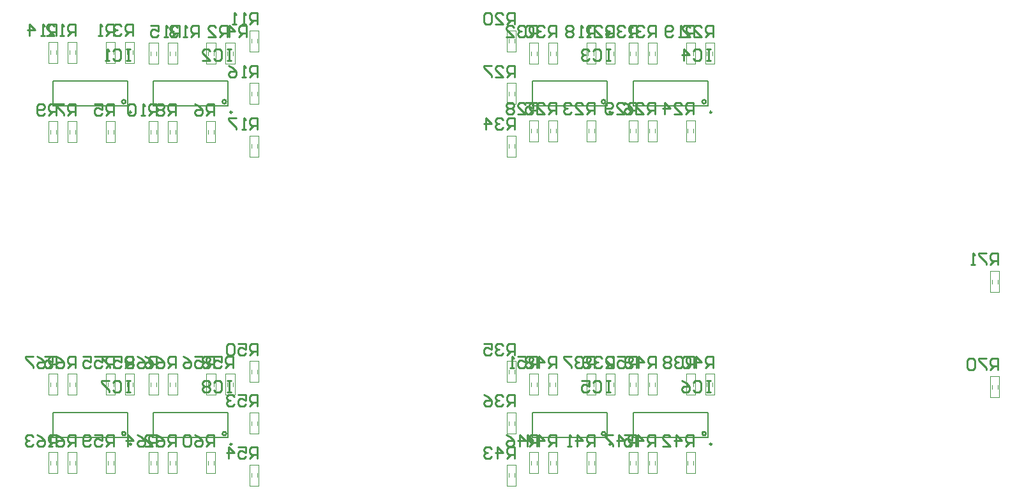
<source format=gbo>
G04*
G04 #@! TF.GenerationSoftware,Altium Limited,Altium Designer,18.1.6 (161)*
G04*
G04 Layer_Color=32896*
%FSTAX24Y24*%
%MOIN*%
G70*
G01*
G75*
%ADD19C,0.0043*%
%ADD20C,0.0039*%
%ADD21C,0.0100*%
%ADD57C,0.0059*%
D19*
X04462Y0276D02*
X04509D01*
Y0265D02*
Y0276D01*
X04462Y0265D02*
Y0276D01*
Y0265D02*
X04509D01*
X06049Y032975D02*
X06096D01*
Y031875D02*
Y032975D01*
X06049Y031875D02*
Y032975D01*
Y031875D02*
X06096D01*
X06049Y027475D02*
X06096D01*
Y026375D02*
Y027475D01*
X06049Y026375D02*
Y027475D01*
Y026375D02*
X06096D01*
X04261Y0235D02*
X04308D01*
Y0224D02*
Y0235D01*
X04261Y0224D02*
Y0235D01*
Y0224D02*
X04308D01*
X04161Y0235D02*
X04208D01*
Y0224D02*
Y0235D01*
X04161Y0224D02*
Y0235D01*
Y0224D02*
X04208D01*
X04262Y0265D02*
X04309D01*
X04262D02*
Y0276D01*
X04309Y0265D02*
Y0276D01*
X04262D02*
X04309D01*
X03742Y0235D02*
X03789D01*
Y0224D02*
Y0235D01*
X03742Y0224D02*
Y0235D01*
Y0224D02*
X03789D01*
X03942Y0235D02*
X03989D01*
Y0224D02*
Y0235D01*
X03942Y0224D02*
Y0235D01*
Y0224D02*
X03989D01*
X03642Y0235D02*
X03689D01*
Y0224D02*
Y0235D01*
X03642Y0224D02*
Y0235D01*
Y0224D02*
X03689D01*
X03526Y02285D02*
X03573D01*
Y02175D02*
Y02285D01*
X03526Y02175D02*
Y02285D01*
Y02175D02*
X03573D01*
X03526Y025572D02*
X03573D01*
Y024472D02*
Y025572D01*
X03526Y024472D02*
Y025572D01*
Y024472D02*
X03573D01*
X03526Y028265D02*
X03573D01*
Y027165D02*
Y028265D01*
X03526Y027165D02*
Y028265D01*
Y027165D02*
X03573D01*
X04562Y0265D02*
X04609D01*
X04562D02*
Y0276D01*
X04609Y0265D02*
Y0276D01*
X04562D02*
X04609D01*
X04461Y0235D02*
X04508D01*
Y0224D02*
Y0235D01*
X04461Y0224D02*
Y0235D01*
Y0224D02*
X04508D01*
X04162Y0265D02*
X04209D01*
X04162D02*
Y0276D01*
X04209Y0265D02*
Y0276D01*
X04162D02*
X04209D01*
X03942Y0265D02*
X03989D01*
X03942D02*
Y0276D01*
X03989Y0265D02*
Y0276D01*
X03942D02*
X03989D01*
X04043Y0265D02*
X0409D01*
X04043D02*
Y0276D01*
X0409Y0265D02*
Y0276D01*
X04043D02*
X0409D01*
X03742Y0265D02*
X03789D01*
X03742D02*
Y0276D01*
X03789Y0265D02*
Y0276D01*
X03742D02*
X03789D01*
X03643Y0265D02*
X0369D01*
X03643D02*
Y0276D01*
X0369Y0265D02*
Y0276D01*
X03643D02*
X0369D01*
X01956Y0235D02*
X02003D01*
Y0224D02*
Y0235D01*
X01956Y0224D02*
Y0235D01*
Y0224D02*
X02003D01*
X01756Y0235D02*
X01803D01*
Y0224D02*
Y0235D01*
X01756Y0224D02*
Y0235D01*
Y0224D02*
X01803D01*
X01656Y0235D02*
X01703D01*
Y0224D02*
Y0235D01*
X01656Y0224D02*
Y0235D01*
Y0224D02*
X01703D01*
X01132Y0235D02*
X01179D01*
Y0224D02*
Y0235D01*
X01132Y0224D02*
Y0235D01*
Y0224D02*
X01179D01*
X01232Y0235D02*
X01279D01*
Y0224D02*
Y0235D01*
X01232Y0224D02*
Y0235D01*
Y0224D02*
X01279D01*
X01432Y0235D02*
X01479D01*
Y0224D02*
Y0235D01*
X01432Y0224D02*
Y0235D01*
Y0224D02*
X01479D01*
X02183Y02285D02*
X0223D01*
Y02175D02*
Y02285D01*
X02183Y02175D02*
Y02285D01*
Y02175D02*
X0223D01*
X02183Y025572D02*
X0223D01*
Y024472D02*
Y025572D01*
X02183Y024472D02*
Y025572D01*
Y024472D02*
X0223D01*
X02183Y028265D02*
X0223D01*
Y027165D02*
Y028265D01*
X02183Y027165D02*
Y028265D01*
Y027165D02*
X0223D01*
X01133Y0265D02*
X0118D01*
X01133D02*
Y0276D01*
X0118Y0265D02*
Y0276D01*
X01133D02*
X0118D01*
X01233Y0265D02*
X0128D01*
X01233D02*
Y0276D01*
X0128Y0265D02*
Y0276D01*
X01233D02*
X0128D01*
X02057Y0265D02*
X02104D01*
X02057D02*
Y0276D01*
X02104Y0265D02*
Y0276D01*
X02057D02*
X02104D01*
X01957Y0265D02*
X02004D01*
X01957D02*
Y0276D01*
X02004Y0265D02*
Y0276D01*
X01957D02*
X02004D01*
X01757Y0265D02*
X01804D01*
X01757D02*
Y0276D01*
X01804Y0265D02*
Y0276D01*
X01757D02*
X01804D01*
X01657Y0265D02*
X01704D01*
X01657D02*
Y0276D01*
X01704Y0265D02*
Y0276D01*
X01657D02*
X01704D01*
X01433Y0265D02*
X0148D01*
X01433D02*
Y0276D01*
X0148Y0265D02*
Y0276D01*
X01433D02*
X0148D01*
X01533Y0265D02*
X0158D01*
X01533D02*
Y0276D01*
X0158Y0265D02*
Y0276D01*
X01533D02*
X0158D01*
X01956Y0408D02*
X02003D01*
Y0397D02*
Y0408D01*
X01956Y0397D02*
Y0408D01*
Y0397D02*
X02003D01*
X01756Y0408D02*
X01803D01*
Y0397D02*
Y0408D01*
X01756Y0397D02*
Y0408D01*
Y0397D02*
X01803D01*
X01656Y0408D02*
X01703D01*
Y0397D02*
Y0408D01*
X01656Y0397D02*
Y0408D01*
Y0397D02*
X01703D01*
X01132Y0408D02*
X01179D01*
Y0397D02*
Y0408D01*
X01132Y0397D02*
Y0408D01*
Y0397D02*
X01179D01*
X01232Y0408D02*
X01279D01*
Y0397D02*
Y0408D01*
X01232Y0397D02*
Y0408D01*
Y0397D02*
X01279D01*
X01432Y0408D02*
X01479D01*
Y0397D02*
Y0408D01*
X01432Y0397D02*
Y0408D01*
Y0397D02*
X01479D01*
X01957Y0438D02*
X02004D01*
X01957D02*
Y0449D01*
X02004Y0438D02*
Y0449D01*
X01957D02*
X02004D01*
X01757Y0438D02*
X01804D01*
X01757D02*
Y0449D01*
X01804Y0438D02*
Y0449D01*
X01757D02*
X01804D01*
X01657Y0438D02*
X01704D01*
X01657D02*
Y0449D01*
X01704Y0438D02*
Y0449D01*
X01657D02*
X01704D01*
X02057Y0438D02*
X02104D01*
X02057D02*
Y0449D01*
X02104Y0438D02*
Y0449D01*
X02057D02*
X02104D01*
X04261Y04085D02*
X04308D01*
Y03975D02*
Y04085D01*
X04261Y03975D02*
Y04085D01*
Y03975D02*
X04308D01*
X04161Y04085D02*
X04208D01*
Y03975D02*
Y04085D01*
X04161Y03975D02*
Y04085D01*
Y03975D02*
X04208D01*
X04461Y04085D02*
X04508D01*
Y03975D02*
Y04085D01*
X04461Y03975D02*
Y04085D01*
Y03975D02*
X04508D01*
X03526Y04005D02*
X03573D01*
Y03895D02*
Y04005D01*
X03526Y03895D02*
Y04005D01*
Y03895D02*
X03573D01*
X03526Y0428D02*
X03573D01*
Y0417D02*
Y0428D01*
X03526Y0417D02*
Y0428D01*
Y0417D02*
X03573D01*
X03526Y04555D02*
X03573D01*
Y04445D02*
Y04555D01*
X03526Y04445D02*
Y04555D01*
Y04445D02*
X03573D01*
X03742Y04085D02*
X03789D01*
Y03975D02*
Y04085D01*
X03742Y03975D02*
Y04085D01*
Y03975D02*
X03789D01*
X03942Y04085D02*
X03989D01*
Y03975D02*
Y04085D01*
X03942Y03975D02*
Y04085D01*
Y03975D02*
X03989D01*
X03642Y04085D02*
X03689D01*
Y03975D02*
Y04085D01*
X03642Y03975D02*
Y04085D01*
Y03975D02*
X03689D01*
X04462Y0438D02*
X04509D01*
X04462D02*
Y0449D01*
X04509Y0438D02*
Y0449D01*
X04462D02*
X04509D01*
X04562Y0438D02*
X04609D01*
X04562D02*
Y0449D01*
X04609Y0438D02*
Y0449D01*
X04562D02*
X04609D01*
X04262Y0438D02*
X04309D01*
X04262D02*
Y0449D01*
X04309Y0438D02*
Y0449D01*
X04262D02*
X04309D01*
X04162Y0438D02*
X04209D01*
X04162D02*
Y0449D01*
X04209Y0438D02*
Y0449D01*
X04162D02*
X04209D01*
X03743Y0438D02*
X0379D01*
X03743D02*
Y0449D01*
X0379Y0438D02*
Y0449D01*
X03743D02*
X0379D01*
X03942Y0438D02*
X03989D01*
X03942D02*
Y0449D01*
X03989Y0438D02*
Y0449D01*
X03942D02*
X03989D01*
X04043Y0438D02*
X0409D01*
X04043D02*
Y0449D01*
X0409Y0438D02*
Y0449D01*
X04043D02*
X0409D01*
X03643Y0438D02*
X0369D01*
X03643D02*
Y0449D01*
X0369Y0438D02*
Y0449D01*
X03643D02*
X0369D01*
X01133Y04385D02*
X0118D01*
X01133D02*
Y04495D01*
X0118Y04385D02*
Y04495D01*
X01133D02*
X0118D01*
X01233Y04385D02*
X0128D01*
X01233D02*
Y04495D01*
X0128Y04385D02*
Y04495D01*
X01233D02*
X0128D01*
X01533Y04385D02*
X0158D01*
X01533D02*
Y04495D01*
X0158Y04385D02*
Y04495D01*
X01533D02*
X0158D01*
X01433Y04385D02*
X0148D01*
X01433D02*
Y04495D01*
X0148Y04385D02*
Y04495D01*
X01433D02*
X0148D01*
X02183Y04005D02*
X0223D01*
Y03895D02*
Y04005D01*
X02183Y03895D02*
Y04005D01*
Y03895D02*
X0223D01*
X02183Y0428D02*
X0223D01*
Y0417D02*
Y0428D01*
X02183Y0417D02*
Y0428D01*
Y0417D02*
X0223D01*
X02183Y04555D02*
X0223D01*
Y04445D02*
Y04555D01*
X02183Y04445D02*
Y04555D01*
Y04445D02*
X0223D01*
D20*
X0447Y02695D02*
Y02715D01*
X045Y02695D02*
Y02715D01*
X06058Y032325D02*
Y032525D01*
X06088Y032325D02*
Y032525D01*
X06058Y026825D02*
Y027025D01*
X06088Y026825D02*
Y027025D01*
X0427Y02285D02*
Y02305D01*
X043Y02285D02*
Y02305D01*
X0417Y02285D02*
Y02305D01*
X042Y02285D02*
Y02305D01*
X043Y02695D02*
Y02715D01*
X0427Y02695D02*
Y02715D01*
X03751Y02285D02*
Y02305D01*
X03781Y02285D02*
Y02305D01*
X03951Y02285D02*
Y02305D01*
X03981Y02285D02*
Y02305D01*
X03651Y02285D02*
Y02305D01*
X03681Y02285D02*
Y02305D01*
X03535Y0222D02*
Y0224D01*
X03565Y0222D02*
Y0224D01*
X03535Y024922D02*
Y025122D01*
X03565Y024922D02*
Y025122D01*
X03535Y027615D02*
Y027815D01*
X03565Y027615D02*
Y027815D01*
X046Y02695D02*
Y02715D01*
X0457Y02695D02*
Y02715D01*
X0447Y02285D02*
Y02305D01*
X045Y02285D02*
Y02305D01*
X042Y02695D02*
Y02715D01*
X0417Y02695D02*
Y02715D01*
X0398Y02695D02*
Y02715D01*
X0395Y02695D02*
Y02715D01*
X04081Y02695D02*
Y02715D01*
X04051Y02695D02*
Y02715D01*
X0378Y02695D02*
Y02715D01*
X0375Y02695D02*
Y02715D01*
X03681Y02695D02*
Y02715D01*
X03651Y02695D02*
Y02715D01*
X01965Y02285D02*
Y02305D01*
X01995Y02285D02*
Y02305D01*
X01765Y02285D02*
Y02305D01*
X01795Y02285D02*
Y02305D01*
X01665Y02285D02*
Y02305D01*
X01695Y02285D02*
Y02305D01*
X01141Y02285D02*
Y02305D01*
X01171Y02285D02*
Y02305D01*
X01241Y02285D02*
Y02305D01*
X01271Y02285D02*
Y02305D01*
X01441Y02285D02*
Y02305D01*
X01471Y02285D02*
Y02305D01*
X02192Y0222D02*
Y0224D01*
X02222Y0222D02*
Y0224D01*
X02192Y024922D02*
Y025122D01*
X02222Y024922D02*
Y025122D01*
X02192Y027615D02*
Y027815D01*
X02222Y027615D02*
Y027815D01*
X01171Y02695D02*
Y02715D01*
X01141Y02695D02*
Y02715D01*
X01271Y02695D02*
Y02715D01*
X01241Y02695D02*
Y02715D01*
X02095Y02695D02*
Y02715D01*
X02065Y02695D02*
Y02715D01*
X01995Y02695D02*
Y02715D01*
X01965Y02695D02*
Y02715D01*
X01795Y02695D02*
Y02715D01*
X01765Y02695D02*
Y02715D01*
X01695Y02695D02*
Y02715D01*
X01665Y02695D02*
Y02715D01*
X01471Y02695D02*
Y02715D01*
X01441Y02695D02*
Y02715D01*
X01571Y02695D02*
Y02715D01*
X01541Y02695D02*
Y02715D01*
X01965Y04015D02*
Y04035D01*
X01995Y04015D02*
Y04035D01*
X01765Y04015D02*
Y04035D01*
X01795Y04015D02*
Y04035D01*
X01665Y04015D02*
Y04035D01*
X01695Y04015D02*
Y04035D01*
X01141Y04015D02*
Y04035D01*
X01171Y04015D02*
Y04035D01*
X01241Y04015D02*
Y04035D01*
X01271Y04015D02*
Y04035D01*
X01441Y04015D02*
Y04035D01*
X01471Y04015D02*
Y04035D01*
X01995Y04425D02*
Y04445D01*
X01965Y04425D02*
Y04445D01*
X01795Y04425D02*
Y04445D01*
X01765Y04425D02*
Y04445D01*
X01695Y04425D02*
Y04445D01*
X01665Y04425D02*
Y04445D01*
X02095Y04425D02*
Y04445D01*
X02065Y04425D02*
Y04445D01*
X0427Y0402D02*
Y0404D01*
X043Y0402D02*
Y0404D01*
X0417Y0402D02*
Y0404D01*
X042Y0402D02*
Y0404D01*
X0447Y0402D02*
Y0404D01*
X045Y0402D02*
Y0404D01*
X03535Y0394D02*
Y0396D01*
X03565Y0394D02*
Y0396D01*
X03535Y04215D02*
Y04235D01*
X03565Y04215D02*
Y04235D01*
X03535Y0449D02*
Y0451D01*
X03565Y0449D02*
Y0451D01*
X03751Y0402D02*
Y0404D01*
X03781Y0402D02*
Y0404D01*
X03951Y0402D02*
Y0404D01*
X03981Y0402D02*
Y0404D01*
X03651Y0402D02*
Y0404D01*
X03681Y0402D02*
Y0404D01*
X045Y04425D02*
Y04445D01*
X0447Y04425D02*
Y04445D01*
X046Y04425D02*
Y04445D01*
X0457Y04425D02*
Y04445D01*
X043Y04425D02*
Y04445D01*
X0427Y04425D02*
Y04445D01*
X042Y04425D02*
Y04445D01*
X0417Y04425D02*
Y04445D01*
X03781Y04425D02*
Y04445D01*
X03751Y04425D02*
Y04445D01*
X0398Y04425D02*
Y04445D01*
X0395Y04425D02*
Y04445D01*
X04081Y04425D02*
Y04445D01*
X04051Y04425D02*
Y04445D01*
X03681Y04425D02*
Y04445D01*
X03651Y04425D02*
Y04445D01*
X01171Y0443D02*
Y0445D01*
X01141Y0443D02*
Y0445D01*
X01271Y0443D02*
Y0445D01*
X01241Y0443D02*
Y0445D01*
X01571Y0443D02*
Y0445D01*
X01541Y0443D02*
Y0445D01*
X01471Y0443D02*
Y0445D01*
X01441Y0443D02*
Y0445D01*
X02192Y0394D02*
Y0396D01*
X02222Y0394D02*
Y0396D01*
X02192Y04215D02*
Y04235D01*
X02222Y04215D02*
Y04235D01*
X02192Y0449D02*
Y0451D01*
X02222Y0449D02*
Y0451D01*
D21*
X01565Y023924D02*
G03*
X01565Y023924I-00005J0D01*
G01*
X01535Y024474D02*
G03*
X01535Y024474I-0001J0D01*
G01*
X0209Y023924D02*
G03*
X0209Y023924I-00005J0D01*
G01*
X0206Y024474D02*
G03*
X0206Y024474I-0001J0D01*
G01*
X04595Y023924D02*
G03*
X04595Y023924I-00005J0D01*
G01*
X04565Y024474D02*
G03*
X04565Y024474I-0001J0D01*
G01*
X0407Y023924D02*
G03*
X0407Y023924I-00005J0D01*
G01*
X0404Y024474D02*
G03*
X0404Y024474I-0001J0D01*
G01*
X04595Y041274D02*
G03*
X04595Y041274I-00005J0D01*
G01*
X04565Y041824D02*
G03*
X04565Y041824I-0001J0D01*
G01*
X0407Y041274D02*
G03*
X0407Y041274I-00005J0D01*
G01*
X0404Y041824D02*
G03*
X0404Y041824I-0001J0D01*
G01*
X0209Y041274D02*
G03*
X0209Y041274I-00005J0D01*
G01*
X0206Y041824D02*
G03*
X0206Y041824I-0001J0D01*
G01*
X01565Y041274D02*
G03*
X01565Y041274I-00005J0D01*
G01*
X01535Y041824D02*
G03*
X01535Y041824I-0001J0D01*
G01*
X04501Y02792D02*
Y02852D01*
X04471D01*
X04461Y02842D01*
Y02822D01*
X04471Y02812D01*
X04501D01*
X04481D02*
X04461Y02792D01*
X04441Y02842D02*
X04431Y02852D01*
X04411D01*
X04401Y02842D01*
Y02832D01*
X04411Y02822D01*
X04421D01*
X04411D01*
X04401Y02812D01*
Y02802D01*
X04411Y02792D01*
X04431D01*
X04441Y02802D01*
X04381Y02842D02*
X04371Y02852D01*
X04351D01*
X043411Y02842D01*
Y02832D01*
X04351Y02822D01*
X043411Y02812D01*
Y02802D01*
X04351Y02792D01*
X04371D01*
X04381Y02802D01*
Y02812D01*
X04371Y02822D01*
X04381Y02832D01*
Y02842D01*
X04371Y02822D02*
X04351D01*
X02085Y02724D02*
X02065D01*
X02075D01*
Y02664D01*
X02085D01*
X02065D01*
X01995Y02714D02*
X02005Y02724D01*
X02025D01*
X02035Y02714D01*
Y02674D01*
X02025Y02664D01*
X02005D01*
X01995Y02674D01*
X01975Y02714D02*
X01965Y02724D01*
X01945D01*
X01935Y02714D01*
Y02704D01*
X01945Y02694D01*
X01935Y02684D01*
Y02674D01*
X01945Y02664D01*
X01965D01*
X01975Y02674D01*
Y02684D01*
X01965Y02694D01*
X01975Y02704D01*
Y02714D01*
X01965Y02694D02*
X01945D01*
X0156Y02724D02*
X0154D01*
X0155D01*
Y02664D01*
X0156D01*
X0154D01*
X0147Y02714D02*
X0148Y02724D01*
X015D01*
X0151Y02714D01*
Y02674D01*
X015Y02664D01*
X0148D01*
X0147Y02674D01*
X0145Y02724D02*
X0141D01*
Y02714D01*
X0145Y02674D01*
Y02664D01*
X0459Y02724D02*
X0457D01*
X0458D01*
Y02664D01*
X0459D01*
X0457D01*
X045Y02714D02*
X0451Y02724D01*
X0453D01*
X0454Y02714D01*
Y02674D01*
X0453Y02664D01*
X0451D01*
X045Y02674D01*
X0444Y02724D02*
X0446Y02714D01*
X0448Y02694D01*
Y02674D01*
X0447Y02664D01*
X0445D01*
X0444Y02674D01*
Y02684D01*
X0445Y02694D01*
X0448D01*
X04065Y02724D02*
X04045D01*
X04055D01*
Y02664D01*
X04065D01*
X04045D01*
X03975Y02714D02*
X03985Y02724D01*
X04005D01*
X04015Y02714D01*
Y02674D01*
X04005Y02664D01*
X03985D01*
X03975Y02674D01*
X03915Y02724D02*
X03955D01*
Y02694D01*
X03935Y02704D01*
X03925D01*
X03915Y02694D01*
Y02674D01*
X03925Y02664D01*
X03945D01*
X03955Y02674D01*
X0459Y04459D02*
X0457D01*
X0458D01*
Y04399D01*
X0459D01*
X0457D01*
X045Y04449D02*
X0451Y04459D01*
X0453D01*
X0454Y04449D01*
Y04409D01*
X0453Y04399D01*
X0451D01*
X045Y04409D01*
X0445Y04399D02*
Y04459D01*
X0448Y04429D01*
X0444D01*
X04065Y04459D02*
X04045D01*
X04055D01*
Y04399D01*
X04065D01*
X04045D01*
X03975Y04449D02*
X03985Y04459D01*
X04005D01*
X04015Y04449D01*
Y04409D01*
X04005Y04399D01*
X03985D01*
X03975Y04409D01*
X03955Y04449D02*
X03945Y04459D01*
X03925D01*
X03915Y04449D01*
Y04439D01*
X03925Y04429D01*
X03935D01*
X03925D01*
X03915Y04419D01*
Y04409D01*
X03925Y04399D01*
X03945D01*
X03955Y04409D01*
X02085Y04459D02*
X02065D01*
X02075D01*
Y04399D01*
X02085D01*
X02065D01*
X01995Y04449D02*
X02005Y04459D01*
X02025D01*
X02035Y04449D01*
Y04409D01*
X02025Y04399D01*
X02005D01*
X01995Y04409D01*
X01935Y04399D02*
X01975D01*
X01935Y04439D01*
Y04449D01*
X01945Y04459D01*
X01965D01*
X01975Y04449D01*
X0156Y04459D02*
X0154D01*
X0155D01*
Y04399D01*
X0156D01*
X0154D01*
X0147Y04449D02*
X0148Y04459D01*
X015D01*
X0151Y04449D01*
Y04409D01*
X015Y04399D01*
X0148D01*
X0147Y04409D01*
X0145Y04399D02*
X0143D01*
X0144D01*
Y04459D01*
X0145Y04449D01*
X06088Y0333D02*
Y0339D01*
X06058D01*
X06048Y0338D01*
Y0336D01*
X06058Y0335D01*
X06088D01*
X06068D02*
X06048Y0333D01*
X06028Y0339D02*
X05988D01*
Y0338D01*
X06028Y0334D01*
Y0333D01*
X05968D02*
X05948D01*
X05958D01*
Y0339D01*
X05968Y0338D01*
X06088Y0278D02*
Y0284D01*
X06058D01*
X06048Y0283D01*
Y0281D01*
X06058Y028D01*
X06088D01*
X06068D02*
X06048Y0278D01*
X06028Y0284D02*
X05988D01*
Y0283D01*
X06028Y0279D01*
Y0278D01*
X05968Y0283D02*
X05958Y0284D01*
X05938D01*
X059281Y0283D01*
Y0279D01*
X05938Y0278D01*
X05958D01*
X05968Y0279D01*
Y0283D01*
X01696Y02792D02*
Y02852D01*
X01666D01*
X01656Y02842D01*
Y02822D01*
X01666Y02812D01*
X01696D01*
X01676D02*
X01656Y02792D01*
X01596Y02852D02*
X01616Y02842D01*
X01636Y02822D01*
Y02802D01*
X01626Y02792D01*
X01606D01*
X01596Y02802D01*
Y02812D01*
X01606Y02822D01*
X01636D01*
X01576Y02842D02*
X01566Y02852D01*
X01546D01*
X015361Y02842D01*
Y02832D01*
X01546Y02822D01*
X015361Y02812D01*
Y02802D01*
X01546Y02792D01*
X01566D01*
X01576Y02802D01*
Y02812D01*
X01566Y02822D01*
X01576Y02832D01*
Y02842D01*
X01566Y02822D02*
X01546D01*
X01172Y02792D02*
Y02852D01*
X01142D01*
X01132Y02842D01*
Y02822D01*
X01142Y02812D01*
X01172D01*
X01152D02*
X01132Y02792D01*
X01072Y02852D02*
X01092Y02842D01*
X01112Y02822D01*
Y02802D01*
X01102Y02792D01*
X01082D01*
X01072Y02802D01*
Y02812D01*
X01082Y02822D01*
X01112D01*
X01052Y02852D02*
X010121D01*
Y02842D01*
X01052Y02802D01*
Y02792D01*
X01796D02*
Y02852D01*
X01766D01*
X01756Y02842D01*
Y02822D01*
X01766Y02812D01*
X01796D01*
X01776D02*
X01756Y02792D01*
X01696Y02852D02*
X01716Y02842D01*
X01736Y02822D01*
Y02802D01*
X01726Y02792D01*
X01706D01*
X01696Y02802D01*
Y02812D01*
X01706Y02822D01*
X01736D01*
X016361Y02852D02*
X01656Y02842D01*
X01676Y02822D01*
Y02802D01*
X01666Y02792D01*
X01646D01*
X016361Y02802D01*
Y02812D01*
X01646Y02822D01*
X01676D01*
X01272Y02792D02*
Y02852D01*
X01242D01*
X01232Y02842D01*
Y02822D01*
X01242Y02812D01*
X01272D01*
X01252D02*
X01232Y02792D01*
X01172Y02852D02*
X01192Y02842D01*
X01212Y02822D01*
Y02802D01*
X01202Y02792D01*
X01182D01*
X01172Y02802D01*
Y02812D01*
X01182Y02822D01*
X01212D01*
X011121Y02852D02*
X01152D01*
Y02822D01*
X01132Y02832D01*
X01122D01*
X011121Y02822D01*
Y02802D01*
X01122Y02792D01*
X01142D01*
X01152Y02802D01*
X01695Y02382D02*
Y02442D01*
X01665D01*
X01655Y02432D01*
Y02412D01*
X01665Y02402D01*
X01695D01*
X01675D02*
X01655Y02382D01*
X01595Y02442D02*
X01615Y02432D01*
X01635Y02412D01*
Y02392D01*
X01625Y02382D01*
X01605D01*
X01595Y02392D01*
Y02402D01*
X01605Y02412D01*
X01635D01*
X01545Y02382D02*
Y02442D01*
X01575Y02412D01*
X015351D01*
X01171Y02382D02*
Y02442D01*
X01141D01*
X01131Y02432D01*
Y02412D01*
X01141Y02402D01*
X01171D01*
X01151D02*
X01131Y02382D01*
X01071Y02442D02*
X01091Y02432D01*
X01111Y02412D01*
Y02392D01*
X01101Y02382D01*
X01081D01*
X01071Y02392D01*
Y02402D01*
X01081Y02412D01*
X01111D01*
X01051Y02432D02*
X01041Y02442D01*
X01021D01*
X010111Y02432D01*
Y02422D01*
X01021Y02412D01*
X01031D01*
X01021D01*
X010111Y02402D01*
Y02392D01*
X01021Y02382D01*
X01041D01*
X01051Y02392D01*
X01795Y02382D02*
Y02442D01*
X01765D01*
X01755Y02432D01*
Y02412D01*
X01765Y02402D01*
X01795D01*
X01775D02*
X01755Y02382D01*
X01695Y02442D02*
X01715Y02432D01*
X01735Y02412D01*
Y02392D01*
X01725Y02382D01*
X01705D01*
X01695Y02392D01*
Y02402D01*
X01705Y02412D01*
X01735D01*
X016351Y02382D02*
X01675D01*
X016351Y02422D01*
Y02432D01*
X01645Y02442D01*
X01665D01*
X01675Y02432D01*
X01271Y02382D02*
Y02442D01*
X01241D01*
X01231Y02432D01*
Y02412D01*
X01241Y02402D01*
X01271D01*
X01251D02*
X01231Y02382D01*
X01171Y02442D02*
X01191Y02432D01*
X01211Y02412D01*
Y02392D01*
X01201Y02382D01*
X01181D01*
X01171Y02392D01*
Y02402D01*
X01181Y02412D01*
X01211D01*
X01151Y02382D02*
X01131D01*
X01141D01*
Y02442D01*
X01151Y02432D01*
X01995Y02382D02*
Y02442D01*
X01965D01*
X01955Y02432D01*
Y02412D01*
X01965Y02402D01*
X01995D01*
X01975D02*
X01955Y02382D01*
X01895Y02442D02*
X01915Y02432D01*
X01935Y02412D01*
Y02392D01*
X01925Y02382D01*
X01905D01*
X01895Y02392D01*
Y02402D01*
X01905Y02412D01*
X01935D01*
X01875Y02432D02*
X01865Y02442D01*
X01845D01*
X01835Y02432D01*
Y02392D01*
X01845Y02382D01*
X01865D01*
X01875Y02392D01*
Y02432D01*
X01471Y02382D02*
Y02442D01*
X01441D01*
X01431Y02432D01*
Y02412D01*
X01441Y02402D01*
X01471D01*
X01451D02*
X01431Y02382D01*
X01371Y02442D02*
X01411D01*
Y02412D01*
X01391Y02422D01*
X01381D01*
X01371Y02412D01*
Y02392D01*
X01381Y02382D01*
X01401D01*
X01411Y02392D01*
X01351D02*
X01341Y02382D01*
X01321D01*
X013111Y02392D01*
Y02432D01*
X01321Y02442D01*
X01341D01*
X01351Y02432D01*
Y02422D01*
X01341Y02412D01*
X013111D01*
X02096Y02792D02*
Y02852D01*
X02066D01*
X02056Y02842D01*
Y02822D01*
X02066Y02812D01*
X02096D01*
X02076D02*
X02056Y02792D01*
X01996Y02852D02*
X02036D01*
Y02822D01*
X02016Y02832D01*
X02006D01*
X01996Y02822D01*
Y02802D01*
X02006Y02792D01*
X02026D01*
X02036Y02802D01*
X01976Y02842D02*
X01966Y02852D01*
X01946D01*
X019361Y02842D01*
Y02832D01*
X01946Y02822D01*
X019361Y02812D01*
Y02802D01*
X01946Y02792D01*
X01966D01*
X01976Y02802D01*
Y02812D01*
X01966Y02822D01*
X01976Y02832D01*
Y02842D01*
X01966Y02822D02*
X01946D01*
X01572Y02792D02*
Y02852D01*
X01542D01*
X01532Y02842D01*
Y02822D01*
X01542Y02812D01*
X01572D01*
X01552D02*
X01532Y02792D01*
X01472Y02852D02*
X01512D01*
Y02822D01*
X01492Y02832D01*
X01482D01*
X01472Y02822D01*
Y02802D01*
X01482Y02792D01*
X01502D01*
X01512Y02802D01*
X01452Y02852D02*
X014121D01*
Y02842D01*
X01452Y02802D01*
Y02792D01*
X01996D02*
Y02852D01*
X01966D01*
X01956Y02842D01*
Y02822D01*
X01966Y02812D01*
X01996D01*
X01976D02*
X01956Y02792D01*
X01896Y02852D02*
X01936D01*
Y02822D01*
X01916Y02832D01*
X01906D01*
X01896Y02822D01*
Y02802D01*
X01906Y02792D01*
X01926D01*
X01936Y02802D01*
X018361Y02852D02*
X01856Y02842D01*
X01876Y02822D01*
Y02802D01*
X01866Y02792D01*
X01846D01*
X018361Y02802D01*
Y02812D01*
X01846Y02822D01*
X01876D01*
X01472Y02792D02*
Y02852D01*
X01442D01*
X01432Y02842D01*
Y02822D01*
X01442Y02812D01*
X01472D01*
X01452D02*
X01432Y02792D01*
X01372Y02852D02*
X01412D01*
Y02822D01*
X01392Y02832D01*
X01382D01*
X01372Y02822D01*
Y02802D01*
X01382Y02792D01*
X01402D01*
X01412Y02802D01*
X013121Y02852D02*
X01352D01*
Y02822D01*
X01332Y02832D01*
X01322D01*
X013121Y02822D01*
Y02802D01*
X01322Y02792D01*
X01342D01*
X01352Y02802D01*
X02222Y023175D02*
Y023774D01*
X02192D01*
X02182Y023674D01*
Y023475D01*
X02192Y023375D01*
X02222D01*
X02202D02*
X02182Y023175D01*
X02122Y023774D02*
X02162D01*
Y023475D01*
X02142Y023575D01*
X02132D01*
X02122Y023475D01*
Y023275D01*
X02132Y023175D01*
X02152D01*
X02162Y023275D01*
X02072Y023175D02*
Y023774D01*
X02102Y023475D01*
X020621D01*
X02222Y025897D02*
Y026497D01*
X02192D01*
X02182Y026397D01*
Y026197D01*
X02192Y026097D01*
X02222D01*
X02202D02*
X02182Y025897D01*
X02122Y026497D02*
X02162D01*
Y026197D01*
X02142Y026297D01*
X02132D01*
X02122Y026197D01*
Y025997D01*
X02132Y025897D01*
X02152D01*
X02162Y025997D01*
X02102Y026397D02*
X02092Y026497D01*
X02072D01*
X020621Y026397D01*
Y026297D01*
X02072Y026197D01*
X02082D01*
X02072D01*
X020621Y026097D01*
Y025997D01*
X02072Y025897D01*
X02092D01*
X02102Y025997D01*
X04201Y02792D02*
Y02852D01*
X04171D01*
X04161Y02842D01*
Y02822D01*
X04171Y02812D01*
X04201D01*
X04181D02*
X04161Y02792D01*
X04101Y02852D02*
X04141D01*
Y02822D01*
X04121Y02832D01*
X04111D01*
X04101Y02822D01*
Y02802D01*
X04111Y02792D01*
X04131D01*
X04141Y02802D01*
X040411Y02792D02*
X04081D01*
X040411Y02832D01*
Y02842D01*
X04051Y02852D01*
X04071D01*
X04081Y02842D01*
X03682Y02792D02*
Y02852D01*
X03652D01*
X03642Y02842D01*
Y02822D01*
X03652Y02812D01*
X03682D01*
X03662D02*
X03642Y02792D01*
X03582Y02852D02*
X03622D01*
Y02822D01*
X03602Y02832D01*
X03592D01*
X03582Y02822D01*
Y02802D01*
X03592Y02792D01*
X03612D01*
X03622Y02802D01*
X03562Y02792D02*
X03542D01*
X03552D01*
Y02852D01*
X03562Y02842D01*
X02222Y02859D02*
Y02919D01*
X02192D01*
X02182Y02909D01*
Y02889D01*
X02192Y02879D01*
X02222D01*
X02202D02*
X02182Y02859D01*
X02122Y02919D02*
X02162D01*
Y02889D01*
X02142Y02899D01*
X02132D01*
X02122Y02889D01*
Y02869D01*
X02132Y02859D01*
X02152D01*
X02162Y02869D01*
X02102Y02909D02*
X02092Y02919D01*
X02072D01*
X020621Y02909D01*
Y02869D01*
X02072Y02859D01*
X02092D01*
X02102Y02869D01*
Y02909D01*
X04301Y02792D02*
Y02852D01*
X04271D01*
X04261Y02842D01*
Y02822D01*
X04271Y02812D01*
X04301D01*
X04281D02*
X04261Y02792D01*
X04211D02*
Y02852D01*
X04241Y02822D01*
X04201D01*
X04181Y02802D02*
X04171Y02792D01*
X04151D01*
X041411Y02802D01*
Y02842D01*
X04151Y02852D01*
X04171D01*
X04181Y02842D01*
Y02832D01*
X04171Y02822D01*
X041411D01*
X03781Y02792D02*
Y02852D01*
X03751D01*
X03741Y02842D01*
Y02822D01*
X03751Y02812D01*
X03781D01*
X03761D02*
X03741Y02792D01*
X03691D02*
Y02852D01*
X03721Y02822D01*
X03681D01*
X03661Y02842D02*
X03651Y02852D01*
X03631D01*
X036211Y02842D01*
Y02832D01*
X03631Y02822D01*
X036211Y02812D01*
Y02802D01*
X03631Y02792D01*
X03651D01*
X03661Y02802D01*
Y02812D01*
X03651Y02822D01*
X03661Y02832D01*
Y02842D01*
X03651Y02822D02*
X03631D01*
X042Y02382D02*
Y02442D01*
X0417D01*
X0416Y02432D01*
Y02412D01*
X0417Y02402D01*
X042D01*
X0418D02*
X0416Y02382D01*
X0411D02*
Y02442D01*
X0414Y02412D01*
X041D01*
X0408Y02442D02*
X040401D01*
Y02432D01*
X0408Y02392D01*
Y02382D01*
X03681D02*
Y02442D01*
X03651D01*
X03641Y02432D01*
Y02412D01*
X03651Y02402D01*
X03681D01*
X03661D02*
X03641Y02382D01*
X03591D02*
Y02442D01*
X03621Y02412D01*
X03581D01*
X035211Y02442D02*
X03541Y02432D01*
X03561Y02412D01*
Y02392D01*
X03551Y02382D01*
X03531D01*
X035211Y02392D01*
Y02402D01*
X03531Y02412D01*
X03561D01*
X043Y02382D02*
Y02442D01*
X0427D01*
X0426Y02432D01*
Y02412D01*
X0427Y02402D01*
X043D01*
X0428D02*
X0426Y02382D01*
X0421D02*
Y02442D01*
X0424Y02412D01*
X042D01*
X041401Y02442D02*
X0418D01*
Y02412D01*
X0416Y02422D01*
X0415D01*
X041401Y02412D01*
Y02392D01*
X0415Y02382D01*
X0417D01*
X0418Y02392D01*
X03781Y02382D02*
Y02442D01*
X03751D01*
X03741Y02432D01*
Y02412D01*
X03751Y02402D01*
X03781D01*
X03761D02*
X03741Y02382D01*
X03691D02*
Y02442D01*
X03721Y02412D01*
X03681D01*
X03631Y02382D02*
Y02442D01*
X03661Y02412D01*
X036211D01*
X03565Y023175D02*
Y023774D01*
X03535D01*
X03525Y023674D01*
Y023475D01*
X03535Y023375D01*
X03565D01*
X03545D02*
X03525Y023175D01*
X03475D02*
Y023774D01*
X03505Y023475D01*
X03465D01*
X03445Y023674D02*
X03435Y023774D01*
X03415D01*
X034051Y023674D01*
Y023575D01*
X03415Y023475D01*
X03425D01*
X03415D01*
X034051Y023375D01*
Y023275D01*
X03415Y023175D01*
X03435D01*
X03445Y023275D01*
X045Y02382D02*
Y02442D01*
X0447D01*
X0446Y02432D01*
Y02412D01*
X0447Y02402D01*
X045D01*
X0448D02*
X0446Y02382D01*
X0441D02*
Y02442D01*
X0444Y02412D01*
X044D01*
X043401Y02382D02*
X0438D01*
X043401Y02422D01*
Y02432D01*
X0435Y02442D01*
X0437D01*
X0438Y02432D01*
X03981Y02382D02*
Y02442D01*
X03951D01*
X03941Y02432D01*
Y02412D01*
X03951Y02402D01*
X03981D01*
X03961D02*
X03941Y02382D01*
X03891D02*
Y02442D01*
X03921Y02412D01*
X03881D01*
X03861Y02382D02*
X03841D01*
X03851D01*
Y02442D01*
X03861Y02432D01*
X04601Y02792D02*
Y02852D01*
X04571D01*
X04561Y02842D01*
Y02822D01*
X04571Y02812D01*
X04601D01*
X04581D02*
X04561Y02792D01*
X04511D02*
Y02852D01*
X04541Y02822D01*
X04501D01*
X04481Y02842D02*
X04471Y02852D01*
X04451D01*
X044411Y02842D01*
Y02802D01*
X04451Y02792D01*
X04471D01*
X04481Y02802D01*
Y02842D01*
X04082Y02792D02*
Y02852D01*
X04052D01*
X04042Y02842D01*
Y02822D01*
X04052Y02812D01*
X04082D01*
X04062D02*
X04042Y02792D01*
X04022Y02842D02*
X04012Y02852D01*
X03992D01*
X03982Y02842D01*
Y02832D01*
X03992Y02822D01*
X04002D01*
X03992D01*
X03982Y02812D01*
Y02802D01*
X03992Y02792D01*
X04012D01*
X04022Y02802D01*
X03962D02*
X03952Y02792D01*
X03932D01*
X039221Y02802D01*
Y02842D01*
X03932Y02852D01*
X03952D01*
X03962Y02842D01*
Y02832D01*
X03952Y02822D01*
X039221D01*
X03981Y02792D02*
Y02852D01*
X03951D01*
X03941Y02842D01*
Y02822D01*
X03951Y02812D01*
X03981D01*
X03961D02*
X03941Y02792D01*
X03921Y02842D02*
X03911Y02852D01*
X03891D01*
X03881Y02842D01*
Y02832D01*
X03891Y02822D01*
X03901D01*
X03891D01*
X03881Y02812D01*
Y02802D01*
X03891Y02792D01*
X03911D01*
X03921Y02802D01*
X03861Y02852D02*
X038211D01*
Y02842D01*
X03861Y02802D01*
Y02792D01*
X03565Y025897D02*
Y026497D01*
X03535D01*
X03525Y026397D01*
Y026197D01*
X03535Y026097D01*
X03565D01*
X03545D02*
X03525Y025897D01*
X03505Y026397D02*
X03495Y026497D01*
X03475D01*
X03465Y026397D01*
Y026297D01*
X03475Y026197D01*
X03485D01*
X03475D01*
X03465Y026097D01*
Y025997D01*
X03475Y025897D01*
X03495D01*
X03505Y025997D01*
X034051Y026497D02*
X03425Y026397D01*
X03445Y026197D01*
Y025997D01*
X03435Y025897D01*
X03415D01*
X034051Y025997D01*
Y026097D01*
X03415Y026197D01*
X03445D01*
X03565Y02859D02*
Y02919D01*
X03535D01*
X03525Y02909D01*
Y02889D01*
X03535Y02879D01*
X03565D01*
X03545D02*
X03525Y02859D01*
X03505Y02909D02*
X03495Y02919D01*
X03475D01*
X03465Y02909D01*
Y02899D01*
X03475Y02889D01*
X03485D01*
X03475D01*
X03465Y02879D01*
Y02869D01*
X03475Y02859D01*
X03495D01*
X03505Y02869D01*
X034051Y02919D02*
X03445D01*
Y02889D01*
X03425Y02899D01*
X03415D01*
X034051Y02889D01*
Y02869D01*
X03415Y02859D01*
X03435D01*
X03445Y02869D01*
X03565Y040375D02*
Y040974D01*
X03535D01*
X03525Y040874D01*
Y040675D01*
X03535Y040575D01*
X03565D01*
X03545D02*
X03525Y040375D01*
X03505Y040874D02*
X03495Y040974D01*
X03475D01*
X03465Y040874D01*
Y040775D01*
X03475Y040675D01*
X03485D01*
X03475D01*
X03465Y040575D01*
Y040475D01*
X03475Y040375D01*
X03495D01*
X03505Y040475D01*
X03415Y040375D02*
Y040974D01*
X03445Y040675D01*
X034051D01*
X04201Y04522D02*
Y04582D01*
X04171D01*
X04161Y04572D01*
Y04552D01*
X04171Y04542D01*
X04201D01*
X04181D02*
X04161Y04522D01*
X04141Y04572D02*
X04131Y04582D01*
X04111D01*
X04101Y04572D01*
Y04562D01*
X04111Y04552D01*
X04121D01*
X04111D01*
X04101Y04542D01*
Y04532D01*
X04111Y04522D01*
X04131D01*
X04141Y04532D01*
X04081Y04572D02*
X04071Y04582D01*
X04051D01*
X040411Y04572D01*
Y04562D01*
X04051Y04552D01*
X04061D01*
X04051D01*
X040411Y04542D01*
Y04532D01*
X04051Y04522D01*
X04071D01*
X04081Y04532D01*
X03682Y04522D02*
Y04582D01*
X03652D01*
X03642Y04572D01*
Y04552D01*
X03652Y04542D01*
X03682D01*
X03662D02*
X03642Y04522D01*
X03622Y04572D02*
X03612Y04582D01*
X03592D01*
X03582Y04572D01*
Y04562D01*
X03592Y04552D01*
X03602D01*
X03592D01*
X03582Y04542D01*
Y04532D01*
X03592Y04522D01*
X03612D01*
X03622Y04532D01*
X035221Y04522D02*
X03562D01*
X035221Y04562D01*
Y04572D01*
X03532Y04582D01*
X03552D01*
X03562Y04572D01*
X04301Y04522D02*
Y04582D01*
X04271D01*
X04261Y04572D01*
Y04552D01*
X04271Y04542D01*
X04301D01*
X04281D02*
X04261Y04522D01*
X04241Y04572D02*
X04231Y04582D01*
X04211D01*
X04201Y04572D01*
Y04562D01*
X04211Y04552D01*
X04221D01*
X04211D01*
X04201Y04542D01*
Y04532D01*
X04211Y04522D01*
X04231D01*
X04241Y04532D01*
X04181Y04522D02*
X04161D01*
X04171D01*
Y04582D01*
X04181Y04572D01*
X03782Y04522D02*
Y04582D01*
X03752D01*
X03742Y04572D01*
Y04552D01*
X03752Y04542D01*
X03782D01*
X03762D02*
X03742Y04522D01*
X03722Y04572D02*
X03712Y04582D01*
X03692D01*
X03682Y04572D01*
Y04562D01*
X03692Y04552D01*
X03702D01*
X03692D01*
X03682Y04542D01*
Y04532D01*
X03692Y04522D01*
X03712D01*
X03722Y04532D01*
X03662Y04572D02*
X03652Y04582D01*
X03632D01*
X036221Y04572D01*
Y04532D01*
X03632Y04522D01*
X03652D01*
X03662Y04532D01*
Y04572D01*
X042Y041175D02*
Y041774D01*
X0417D01*
X0416Y041674D01*
Y041475D01*
X0417Y041375D01*
X042D01*
X0418D02*
X0416Y041175D01*
X041D02*
X0414D01*
X041Y041575D01*
Y041674D01*
X0411Y041774D01*
X0413D01*
X0414Y041674D01*
X0408Y041275D02*
X0407Y041175D01*
X0405D01*
X040401Y041275D01*
Y041674D01*
X0405Y041774D01*
X0407D01*
X0408Y041674D01*
Y041575D01*
X0407Y041475D01*
X040401D01*
X03681Y04117D02*
Y04177D01*
X03651D01*
X03641Y04167D01*
Y04147D01*
X03651Y04137D01*
X03681D01*
X03661D02*
X03641Y04117D01*
X03581D02*
X03621D01*
X03581Y04157D01*
Y04167D01*
X03591Y04177D01*
X03611D01*
X03621Y04167D01*
X03561D02*
X03551Y04177D01*
X03531D01*
X035211Y04167D01*
Y04157D01*
X03531Y04147D01*
X035211Y04137D01*
Y04127D01*
X03531Y04117D01*
X03551D01*
X03561Y04127D01*
Y04137D01*
X03551Y04147D01*
X03561Y04157D01*
Y04167D01*
X03551Y04147D02*
X03531D01*
X03565Y043125D02*
Y043724D01*
X03535D01*
X03525Y043624D01*
Y043425D01*
X03535Y043325D01*
X03565D01*
X03545D02*
X03525Y043125D01*
X03465D02*
X03505D01*
X03465Y043525D01*
Y043624D01*
X03475Y043724D01*
X03495D01*
X03505Y043624D01*
X03445Y043724D02*
X034051D01*
Y043624D01*
X03445Y043225D01*
Y043125D01*
X043Y041175D02*
Y041774D01*
X0427D01*
X0426Y041674D01*
Y041475D01*
X0427Y041375D01*
X043D01*
X0428D02*
X0426Y041175D01*
X042D02*
X0424D01*
X042Y041575D01*
Y041674D01*
X0421Y041774D01*
X0423D01*
X0424Y041674D01*
X041401Y041774D02*
X0416Y041674D01*
X0418Y041475D01*
Y041275D01*
X0417Y041175D01*
X0415D01*
X041401Y041275D01*
Y041375D01*
X0415Y041475D01*
X0418D01*
X03781Y04117D02*
Y04177D01*
X03751D01*
X03741Y04167D01*
Y04147D01*
X03751Y04137D01*
X03781D01*
X03761D02*
X03741Y04117D01*
X03681D02*
X03721D01*
X03681Y04157D01*
Y04167D01*
X03691Y04177D01*
X03711D01*
X03721Y04167D01*
X036211Y04177D02*
X03661D01*
Y04147D01*
X03641Y04157D01*
X03631D01*
X036211Y04147D01*
Y04127D01*
X03631Y04117D01*
X03651D01*
X03661Y04127D01*
X045Y04117D02*
Y04177D01*
X0447D01*
X0446Y04167D01*
Y04147D01*
X0447Y04137D01*
X045D01*
X0448D02*
X0446Y04117D01*
X044D02*
X0444D01*
X044Y04157D01*
Y04167D01*
X0441Y04177D01*
X0443D01*
X0444Y04167D01*
X0435Y04117D02*
Y04177D01*
X0438Y04147D01*
X043401D01*
X03981Y04117D02*
Y04177D01*
X03951D01*
X03941Y04167D01*
Y04147D01*
X03951Y04137D01*
X03981D01*
X03961D02*
X03941Y04117D01*
X03881D02*
X03921D01*
X03881Y04157D01*
Y04167D01*
X03891Y04177D01*
X03911D01*
X03921Y04167D01*
X03861D02*
X03851Y04177D01*
X03831D01*
X038211Y04167D01*
Y04157D01*
X03831Y04147D01*
X03841D01*
X03831D01*
X038211Y04137D01*
Y04127D01*
X03831Y04117D01*
X03851D01*
X03861Y04127D01*
X04601Y04522D02*
Y04582D01*
X04571D01*
X04561Y04572D01*
Y04552D01*
X04571Y04542D01*
X04601D01*
X04581D02*
X04561Y04522D01*
X04501D02*
X04541D01*
X04501Y04562D01*
Y04572D01*
X04511Y04582D01*
X04531D01*
X04541Y04572D01*
X044411Y04522D02*
X04481D01*
X044411Y04562D01*
Y04572D01*
X04451Y04582D01*
X04471D01*
X04481Y04572D01*
X04082Y04522D02*
Y04582D01*
X04052D01*
X04042Y04572D01*
Y04552D01*
X04052Y04542D01*
X04082D01*
X04062D02*
X04042Y04522D01*
X03982D02*
X04022D01*
X03982Y04562D01*
Y04572D01*
X03992Y04582D01*
X04012D01*
X04022Y04572D01*
X03962Y04522D02*
X03942D01*
X03952D01*
Y04582D01*
X03962Y04572D01*
X03565Y045875D02*
Y046474D01*
X03535D01*
X03525Y046374D01*
Y046175D01*
X03535Y046075D01*
X03565D01*
X03545D02*
X03525Y045875D01*
X03465D02*
X03505D01*
X03465Y046275D01*
Y046374D01*
X03475Y046474D01*
X03495D01*
X03505Y046374D01*
X03445D02*
X03435Y046474D01*
X03415D01*
X034051Y046374D01*
Y045975D01*
X03415Y045875D01*
X03435D01*
X03445Y045975D01*
Y046374D01*
X04501Y04522D02*
Y04582D01*
X04471D01*
X04461Y04572D01*
Y04552D01*
X04471Y04542D01*
X04501D01*
X04481D02*
X04461Y04522D01*
X04441D02*
X04421D01*
X04431D01*
Y04582D01*
X04441Y04572D01*
X04391Y04532D02*
X04381Y04522D01*
X04361D01*
X04351Y04532D01*
Y04572D01*
X04361Y04582D01*
X04381D01*
X04391Y04572D01*
Y04562D01*
X04381Y04552D01*
X04351D01*
X03981Y04522D02*
Y04582D01*
X03951D01*
X03941Y04572D01*
Y04552D01*
X03951Y04542D01*
X03981D01*
X03961D02*
X03941Y04522D01*
X03921D02*
X03901D01*
X03911D01*
Y04582D01*
X03921Y04572D01*
X03871D02*
X03861Y04582D01*
X03841D01*
X03831Y04572D01*
Y04562D01*
X03841Y04552D01*
X03831Y04542D01*
Y04532D01*
X03841Y04522D01*
X03861D01*
X03871Y04532D01*
Y04542D01*
X03861Y04552D01*
X03871Y04562D01*
Y04572D01*
X03861Y04552D02*
X03841D01*
X02222Y04037D02*
Y04097D01*
X02192D01*
X02182Y04087D01*
Y04067D01*
X02192Y04057D01*
X02222D01*
X02202D02*
X02182Y04037D01*
X02162D02*
X02142D01*
X02152D01*
Y04097D01*
X02162Y04087D01*
X02112Y04097D02*
X02072D01*
Y04087D01*
X02112Y04047D01*
Y04037D01*
X02222Y04312D02*
Y04372D01*
X02192D01*
X02182Y04362D01*
Y04342D01*
X02192Y04332D01*
X02222D01*
X02202D02*
X02182Y04312D01*
X02162D02*
X02142D01*
X02152D01*
Y04372D01*
X02162Y04362D01*
X02072Y04372D02*
X02092Y04362D01*
X02112Y04342D01*
Y04322D01*
X02102Y04312D01*
X02082D01*
X02072Y04322D01*
Y04332D01*
X02082Y04342D01*
X02112D01*
X01815Y04522D02*
Y04582D01*
X01785D01*
X01775Y04572D01*
Y04552D01*
X01785Y04542D01*
X01815D01*
X01795D02*
X01775Y04522D01*
X01755D02*
X01735D01*
X01745D01*
Y04582D01*
X01755Y04572D01*
X01665Y04582D02*
X01705D01*
Y04552D01*
X01685Y04562D01*
X01675D01*
X01665Y04552D01*
Y04532D01*
X01675Y04522D01*
X01695D01*
X01705Y04532D01*
X01172Y04527D02*
Y04587D01*
X01142D01*
X01132Y04577D01*
Y04557D01*
X01142Y04547D01*
X01172D01*
X01152D02*
X01132Y04527D01*
X01112D02*
X01092D01*
X01102D01*
Y04587D01*
X01112Y04577D01*
X01032Y04527D02*
Y04587D01*
X01062Y04557D01*
X01022D01*
X01915Y04522D02*
Y04582D01*
X01885D01*
X01875Y04572D01*
Y04552D01*
X01885Y04542D01*
X01915D01*
X01895D02*
X01875Y04522D01*
X01855D02*
X01835D01*
X01845D01*
Y04582D01*
X01855Y04572D01*
X01805D02*
X01795Y04582D01*
X01775D01*
X01765Y04572D01*
Y04562D01*
X01775Y04552D01*
X01785D01*
X01775D01*
X01765Y04542D01*
Y04532D01*
X01775Y04522D01*
X01795D01*
X01805Y04532D01*
X01272Y04527D02*
Y04587D01*
X01242D01*
X01232Y04577D01*
Y04557D01*
X01242Y04547D01*
X01272D01*
X01252D02*
X01232Y04527D01*
X01212D02*
X01192D01*
X01202D01*
Y04587D01*
X01212Y04577D01*
X01122Y04527D02*
X01162D01*
X01122Y04567D01*
Y04577D01*
X01132Y04587D01*
X01152D01*
X01162Y04577D01*
X02222Y04587D02*
Y04647D01*
X02192D01*
X02182Y04637D01*
Y04617D01*
X02192Y04607D01*
X02222D01*
X02202D02*
X02182Y04587D01*
X02162D02*
X02142D01*
X02152D01*
Y04647D01*
X02162Y04637D01*
X02112Y04587D02*
X02092D01*
X02102D01*
Y04647D01*
X02112Y04637D01*
X01695Y041125D02*
Y041724D01*
X01665D01*
X01655Y041624D01*
Y041425D01*
X01665Y041325D01*
X01695D01*
X01675D02*
X01655Y041125D01*
X01635D02*
X01615D01*
X01625D01*
Y041724D01*
X01635Y041624D01*
X01585D02*
X01575Y041724D01*
X01555D01*
X01545Y041624D01*
Y041225D01*
X01555Y041125D01*
X01575D01*
X01585Y041225D01*
Y041624D01*
X01171Y04112D02*
Y04172D01*
X01141D01*
X01131Y04162D01*
Y04142D01*
X01141Y04132D01*
X01171D01*
X01151D02*
X01131Y04112D01*
X01111Y04122D02*
X01101Y04112D01*
X01081D01*
X01071Y04122D01*
Y04162D01*
X01081Y04172D01*
X01101D01*
X01111Y04162D01*
Y04152D01*
X01101Y04142D01*
X01071D01*
X017955Y04112D02*
Y04172D01*
X017655D01*
X017555Y04162D01*
Y04142D01*
X017655Y04132D01*
X017955D01*
X017755D02*
X017555Y04112D01*
X017356Y04162D02*
X017256Y04172D01*
X017056D01*
X016956Y04162D01*
Y04152D01*
X017056Y04142D01*
X016956Y04132D01*
Y04122D01*
X017056Y04112D01*
X017256D01*
X017356Y04122D01*
Y04132D01*
X017256Y04142D01*
X017356Y04152D01*
Y04162D01*
X017256Y04142D02*
X017056D01*
X01271Y04112D02*
Y04172D01*
X01241D01*
X01231Y04162D01*
Y04142D01*
X01241Y04132D01*
X01271D01*
X01251D02*
X01231Y04112D01*
X01211Y04172D02*
X01171D01*
Y04162D01*
X01211Y04122D01*
Y04112D01*
X01995D02*
Y04172D01*
X01965D01*
X01955Y04162D01*
Y04142D01*
X01965Y04132D01*
X01995D01*
X01975D02*
X01955Y04112D01*
X01895Y04172D02*
X01915Y04162D01*
X01935Y04142D01*
Y04122D01*
X01925Y04112D01*
X01905D01*
X01895Y04122D01*
Y04132D01*
X01905Y04142D01*
X01935D01*
X01471Y04112D02*
Y04172D01*
X01441D01*
X01431Y04162D01*
Y04142D01*
X01441Y04132D01*
X01471D01*
X01451D02*
X01431Y04112D01*
X01371Y04172D02*
X01411D01*
Y04142D01*
X01391Y04152D01*
X01381D01*
X01371Y04142D01*
Y04122D01*
X01381Y04112D01*
X01401D01*
X01411Y04122D01*
X02165Y04522D02*
Y04582D01*
X02135D01*
X02125Y04572D01*
Y04552D01*
X02135Y04542D01*
X02165D01*
X02145D02*
X02125Y04522D01*
X02075D02*
Y04582D01*
X02105Y04552D01*
X02065D01*
X01572Y04527D02*
Y04587D01*
X01542D01*
X01532Y04577D01*
Y04557D01*
X01542Y04547D01*
X01572D01*
X01552D02*
X01532Y04527D01*
X01512Y04577D02*
X01502Y04587D01*
X01482D01*
X01472Y04577D01*
Y04567D01*
X01482Y04557D01*
X01492D01*
X01482D01*
X01472Y04547D01*
Y04537D01*
X01482Y04527D01*
X01502D01*
X01512Y04537D01*
X02065Y04522D02*
Y04582D01*
X02035D01*
X02025Y04572D01*
Y04552D01*
X02035Y04542D01*
X02065D01*
X02045D02*
X02025Y04522D01*
X01965D02*
X02005D01*
X01965Y04562D01*
Y04572D01*
X01975Y04582D01*
X01995D01*
X02005Y04572D01*
X01472Y04527D02*
Y04587D01*
X01442D01*
X01432Y04577D01*
Y04557D01*
X01442Y04547D01*
X01472D01*
X01452D02*
X01432Y04527D01*
X01412D02*
X01392D01*
X01402D01*
Y04587D01*
X01412Y04577D01*
D57*
X01545Y024274D02*
Y025574D01*
X01155Y024274D02*
X01545D01*
X01155D02*
Y025574D01*
X01545D01*
X0207Y024274D02*
Y025574D01*
X0168Y024274D02*
X0207D01*
X0168D02*
Y025574D01*
X0207D01*
X04575Y024274D02*
Y025574D01*
X04185Y024274D02*
X04575D01*
X04185D02*
Y025574D01*
X04575D01*
X0405Y024274D02*
Y025574D01*
X0366Y024274D02*
X0405D01*
X0366D02*
Y025574D01*
X0405D01*
X04575Y041624D02*
Y042924D01*
X04185Y041624D02*
X04575D01*
X04185D02*
Y042924D01*
X04575D01*
X0405Y041624D02*
Y042924D01*
X0366Y041624D02*
X0405D01*
X0366D02*
Y042924D01*
X0405D01*
X0207Y041624D02*
Y042924D01*
X0168Y041624D02*
X0207D01*
X0168D02*
Y042924D01*
X0207D01*
X01545Y041624D02*
Y042924D01*
X01155Y041624D02*
X01545D01*
X01155D02*
Y042924D01*
X01545D01*
M02*

</source>
